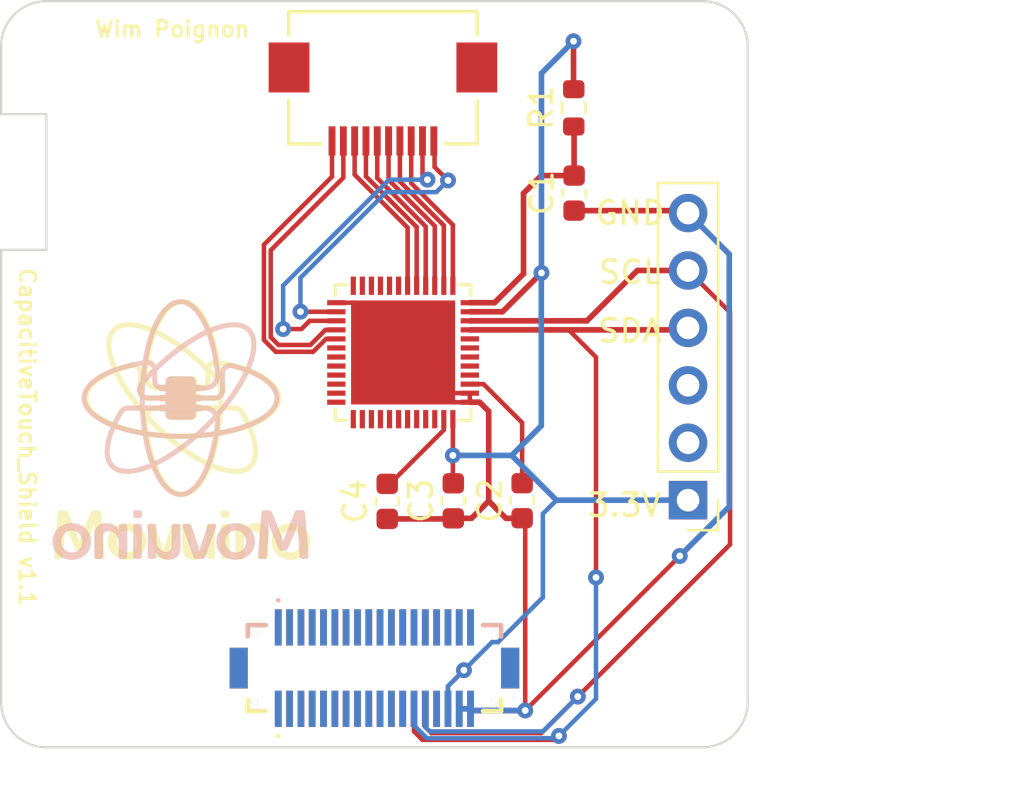
<source format=kicad_pcb>
(kicad_pcb (version 20171130) (host pcbnew "(5.1.10)-1")
  (layers (0 F.Cu signal) (31 B.Cu signal) (34 B.Paste user hide) (35 F.Paste user) (36 B.SilkS user) (37 F.SilkS user) (38 B.Mask user hide) (39 F.Mask user) (44 Edge.Cuts user))
  (net 0 "")
  (net 1 VDDA)
  (net 2 GND)
  (net 3 VDDD)
  (net 4 VCC)
  (net 5 "Net-(C4-Pad2)")
  (net 6 "Net-(J1-PadMP2)")
  (net 7 "Net-(J1-PadMP1)")
  (net 8 "Net-(J1-Pad36)")
  (net 9 "Net-(J1-Pad34)")
  (net 10 "Net-(J1-Pad32)")
  (net 11 "Net-(J1-Pad30)")
  (net 12 "Net-(J1-Pad29)")
  (net 13 "Net-(J1-Pad28)")
  (net 14 SCL)
  (net 15 "Net-(J1-Pad26)")
  (net 16 SDA)
  (net 17 "Net-(J1-Pad24)")
  (net 18 "Net-(J1-Pad23)")
  (net 19 "Net-(J1-Pad22)")
  (net 20 "Net-(J1-Pad21)")
  (net 21 "Net-(J1-Pad20)")
  (net 22 "Net-(J1-Pad19)")
  (net 23 "Net-(J1-Pad18)")
  (net 24 "Net-(J1-Pad17)")
  (net 25 "Net-(J1-Pad16)")
  (net 26 "Net-(J1-Pad15)")
  (net 27 "Net-(J1-Pad14)")
  (net 28 "Net-(J1-Pad13)")
  (net 29 "Net-(J1-Pad12)")
  (net 30 "Net-(J1-Pad11)")
  (net 31 "Net-(J1-Pad10)")
  (net 32 "Net-(J1-Pad9)")
  (net 33 "Net-(J1-Pad8)")
  (net 34 "Net-(J1-Pad7)")
  (net 35 "Net-(J1-Pad6)")
  (net 36 "Net-(J1-Pad5)")
  (net 37 A1)
  (net 38 "Net-(J1-Pad3)")
  (net 39 "Net-(J1-Pad2)")
  (net 40 "Net-(J1-Pad1)")
  (net 41 "Net-(J2-PadMP2)")
  (net 42 "Net-(J2-PadMP1)")
  (net 43 "Net-(J2-Pad35)")
  (net 44 "Net-(J2-Pad33)")
  (net 45 "Net-(J2-Pad31)")
  (net 46 "Net-(J2-Pad30)")
  (net 47 "Net-(J2-Pad29)")
  (net 48 "Net-(J2-Pad27)")
  (net 49 "Net-(J2-Pad25)")
  (net 50 "Net-(J2-Pad24)")
  (net 51 "Net-(J2-Pad23)")
  (net 52 "Net-(J2-Pad22)")
  (net 53 "Net-(J2-Pad21)")
  (net 54 "Net-(J2-Pad20)")
  (net 55 "Net-(J2-Pad19)")
  (net 56 "Net-(J2-Pad18)")
  (net 57 "Net-(J2-Pad17)")
  (net 58 "Net-(J2-Pad16)")
  (net 59 "Net-(J2-Pad15)")
  (net 60 "Net-(J2-Pad14)")
  (net 61 "Net-(J2-Pad13)")
  (net 62 "Net-(J2-Pad12)")
  (net 63 "Net-(J2-Pad11)")
  (net 64 "Net-(J2-Pad10)")
  (net 65 "Net-(J2-Pad9)")
  (net 66 "Net-(J2-Pad8)")
  (net 67 "Net-(J2-Pad7)")
  (net 68 "Net-(J2-Pad6)")
  (net 69 "Net-(J2-Pad5)")
  (net 70 "Net-(J2-Pad4)")
  (net 71 "Net-(J2-Pad2)")
  (net 72 "Net-(J2-Pad1)")
  (net 73 TX4)
  (net 74 TX3)
  (net 75 RX6)
  (net 76 RX5)
  (net 77 RX4)
  (net 78 RX3)
  (net 79 RX2)
  (net 80 RX1)
  (net 81 TX2)
  (net 82 TX1)
  (net 83 "Net-(J4-Pad3)")
  (net 84 "Net-(J4-Pad2)")
  (net 85 "Net-(U1-Pad6)")
  (net 86 "Net-(U1-Pad7)")
  (net 87 "Net-(U1-Pad8)")
  (net 88 "Net-(U1-Pad9)")
  (net 89 "Net-(U1-Pad10)")
  (net 90 "Net-(U1-Pad11)")
  (net 91 "Net-(U1-Pad12)")
  (net 92 "Net-(U1-Pad13)")
  (net 93 "Net-(U1-Pad14)")
  (net 94 "Net-(U1-Pad15)")
  (net 95 "Net-(U1-Pad16)")
  (net 96 "Net-(U1-Pad17)")
  (net 97 "Net-(U1-Pad18)")
  (net 98 "Net-(U1-Pad19)")
  (net 99 "Net-(U1-Pad20)")
  (net 100 "Net-(U1-Pad21)")
  (net 101 "Net-(U1-Pad22)")
  (net 102 "Net-(U1-Pad28)")
  (net 103 "Net-(U1-Pad29)")
  (net 104 "Net-(U1-Pad30)")
  (net 105 "Net-(U1-Pad31)")
  (net 106 "Net-(U1-Pad32)")
  (net 107 "Net-(U1-Pad43)")
  (net 108 "Net-(U1-Pad44)")
  (net 109 "Net-(U1-Pad45)")
  (net 110 "Net-(U1-Pad46)")
  (net 111 "Net-(U1-Pad47)")
  (net 112 "Net-(U1-Pad48)")
  (module MountingHole:MountingHole_2.2mm_M2 (layer F.Cu) (at 87.7957 68.38584)
    (fp_text reference REF** hide)
    (fp_text value MountingHole_2.2mm_M2)
    (pad "" np_thru_hole circle (at -35.7957 -16.38584) (size 2.2 2.2) (drill 2.2) (layers *.Cu *.Mask))
  )
  (module MountingHole:MountingHole_2.2mm_M2 (layer F.Cu) (at 92.6465 64.23914)
    (fp_text reference REF** hide)
    (fp_text value MountingHole_2.2mm_M2)
    (pad "" np_thru_hole circle (at -40.6465 16.76086) (size 2.2 2.2) (drill 2.2) (layers *.Cu *.Mask))
  )
  (module MountingHole:MountingHole_2.2mm_M2 (layer F.Cu) (at 87.26992 54.2996)
    (fp_text reference REF** hide)
    (fp_text value MountingHole_2.2mm_M2)
    (pad "" np_thru_hole circle (at -6.26992 26.7004) (size 2.2 2.2) (drill 2.2) (layers *.Cu *.Mask))
  )
  (module MountingHole:MountingHole_2.2mm_M2 (layer F.Cu) (at 81.44316 56.55706)
    (fp_text reference REF** hide)
    (fp_text value MountingHole_2.2mm_M2)
    (pad "" np_thru_hole circle (at -0.44316 -4.55706) (size 2.2 2.2) (drill 2.2) (layers *.Cu *.Mask))
  )
  (module "FH12-10S-0:FH12-10S-0.5SH(55)_HIR" (layer F.Cu) (at 66.87566 53.3908 180)
    (fp_text reference J3 hide)
    (fp_text value "FH12-10S-0.5SH(55)" hide)
    (pad 12 smd rect (at 4.15 0.456 180) (size 1.8034 2.2098) (layers F.Cu F.Paste F.Mask))
    (pad 11 smd rect (at -4.15 0.456 180) (size 1.8034 2.2098) (layers F.Cu F.Paste F.Mask))
    (pad 10 smd rect (at 2.25 -2.794 180) (size 0.3048 1.2954) (layers F.Cu F.Paste F.Mask) (net 73 TX4))
    (pad 9 smd rect (at 1.75 -2.794 180) (size 0.3048 1.2954) (layers F.Cu F.Paste F.Mask) (net 74 TX3))
    (pad 8 smd rect (at 1.25 -2.794 180) (size 0.3048 1.2954) (layers F.Cu F.Paste F.Mask) (net 75 RX6))
    (pad 7 smd rect (at 0.75 -2.794 180) (size 0.3048 1.2954) (layers F.Cu F.Paste F.Mask) (net 76 RX5))
    (pad 6 smd rect (at 0.25 -2.794 180) (size 0.3048 1.2954) (layers F.Cu F.Paste F.Mask) (net 77 RX4))
    (pad 5 smd rect (at -0.25 -2.794 180) (size 0.3048 1.2954) (layers F.Cu F.Paste F.Mask) (net 78 RX3))
    (pad 4 smd rect (at -0.75 -2.794 180) (size 0.3048 1.2954) (layers F.Cu F.Paste F.Mask) (net 79 RX2))
    (pad 3 smd rect (at -1.25 -2.794 180) (size 0.3048 1.2954) (layers F.Cu F.Paste F.Mask) (net 80 RX1))
    (pad 2 smd rect (at -1.75 -2.794 180) (size 0.3048 1.2954) (layers F.Cu F.Paste F.Mask) (net 81 TX2))
    (pad 1 smd rect (at -2.25 -2.794 180) (size 0.3048 1.2954) (layers F.Cu F.Paste F.Mask) (net 82 TX1))
  )
  (module MovuinoESP8266:LOGO_MOVUINO_BMP_11MM-BOTTOM (layer F.Cu) (at 57.8866 67.57416)
    (fp_text reference U$8 hide)
    (fp_text value LOGO_MOVUINOBOTTOM_11MM hide)
  )
  (module MovuinoESP8266:LOGO_MOVUINO_BMP_11MM-BOTTOM (layer B.Cu) (at 58.04662 67.57416 180)
    (fp_text reference U$8 hide)
    (fp_text value LOGO_MOVUINOBOTTOM_11MM hide)
  )
  (module DF12_3.0_-36DP-0.5V_86_:DF123036DP05V86 (layer B.Cu) (at 66.5 79.5)
    (fp_text reference J2 hide)
    (fp_text value DF12_3.0_-36DP_Male hide)
    (pad MP2 smd rect (at 6 0) (size 0.8 1.8) (layers B.Cu B.Paste B.Mask) (net 41 "Net-(J2-PadMP2)"))
    (pad MP1 smd rect (at -6 0) (size 0.8 1.8) (layers B.Cu B.Paste B.Mask) (net 42 "Net-(J2-PadMP1)"))
    (pad MH2 thru_hole circle (at 5.3 1.5 270) (size 0.3 0.3) (drill 0.6) (layers *.Cu *.Mask B.SilkS))
    (pad MH1 thru_hole circle (at -5.3 1.5 270) (size 0.3 0.3) (drill 0.6) (layers *.Cu *.Mask B.SilkS))
    (pad 36 smd rect (at 4.25 1.8) (size 0.3 1.6) (layers B.Cu B.Paste B.Mask) (net 2 GND))
    (pad 35 smd rect (at 4.25 -1.8) (size 0.3 1.6) (layers B.Cu B.Paste B.Mask) (net 43 "Net-(J2-Pad35)"))
    (pad 34 smd rect (at 3.75 1.8) (size 0.3 1.6) (layers B.Cu B.Paste B.Mask) (net 2 GND))
    (pad 33 smd rect (at 3.75 -1.8) (size 0.3 1.6) (layers B.Cu B.Paste B.Mask) (net 44 "Net-(J2-Pad33)"))
    (pad 32 smd rect (at 3.25 1.8) (size 0.3 1.6) (layers B.Cu B.Paste B.Mask) (net 4 VCC))
    (pad 31 smd rect (at 3.25 -1.8) (size 0.3 1.6) (layers B.Cu B.Paste B.Mask) (net 45 "Net-(J2-Pad31)"))
    (pad 30 smd rect (at 2.75 1.8) (size 0.3 1.6) (layers B.Cu B.Paste B.Mask) (net 46 "Net-(J2-Pad30)"))
    (pad 29 smd rect (at 2.75 -1.8) (size 0.3 1.6) (layers B.Cu B.Paste B.Mask) (net 47 "Net-(J2-Pad29)"))
    (pad 28 smd rect (at 2.25 1.8) (size 0.3 1.6) (layers B.Cu B.Paste B.Mask) (net 14 SCL))
    (pad 27 smd rect (at 2.25 -1.8) (size 0.3 1.6) (layers B.Cu B.Paste B.Mask) (net 48 "Net-(J2-Pad27)"))
    (pad 26 smd rect (at 1.75 1.8) (size 0.3 1.6) (layers B.Cu B.Paste B.Mask) (net 16 SDA))
    (pad 25 smd rect (at 1.75 -1.8) (size 0.3 1.6) (layers B.Cu B.Paste B.Mask) (net 49 "Net-(J2-Pad25)"))
    (pad 24 smd rect (at 1.25 1.8) (size 0.3 1.6) (layers B.Cu B.Paste B.Mask) (net 50 "Net-(J2-Pad24)"))
    (pad 23 smd rect (at 1.25 -1.8) (size 0.3 1.6) (layers B.Cu B.Paste B.Mask) (net 51 "Net-(J2-Pad23)"))
    (pad 22 smd rect (at 0.75 1.8) (size 0.3 1.6) (layers B.Cu B.Paste B.Mask) (net 52 "Net-(J2-Pad22)"))
    (pad 21 smd rect (at 0.75 -1.8) (size 0.3 1.6) (layers B.Cu B.Paste B.Mask) (net 53 "Net-(J2-Pad21)"))
    (pad 20 smd rect (at 0.25 1.8) (size 0.3 1.6) (layers B.Cu B.Paste B.Mask) (net 54 "Net-(J2-Pad20)"))
    (pad 19 smd rect (at 0.25 -1.8) (size 0.3 1.6) (layers B.Cu B.Paste B.Mask) (net 55 "Net-(J2-Pad19)"))
    (pad 18 smd rect (at -0.25 1.8) (size 0.3 1.6) (layers B.Cu B.Paste B.Mask) (net 56 "Net-(J2-Pad18)"))
    (pad 17 smd rect (at -0.25 -1.8) (size 0.3 1.6) (layers B.Cu B.Paste B.Mask) (net 57 "Net-(J2-Pad17)"))
    (pad 16 smd rect (at -0.75 1.8) (size 0.3 1.6) (layers B.Cu B.Paste B.Mask) (net 58 "Net-(J2-Pad16)"))
    (pad 15 smd rect (at -0.75 -1.8) (size 0.3 1.6) (layers B.Cu B.Paste B.Mask) (net 59 "Net-(J2-Pad15)"))
    (pad 14 smd rect (at -1.25 1.8) (size 0.3 1.6) (layers B.Cu B.Paste B.Mask) (net 60 "Net-(J2-Pad14)"))
    (pad 13 smd rect (at -1.25 -1.8) (size 0.3 1.6) (layers B.Cu B.Paste B.Mask) (net 61 "Net-(J2-Pad13)"))
    (pad 12 smd rect (at -1.75 1.8) (size 0.3 1.6) (layers B.Cu B.Paste B.Mask) (net 62 "Net-(J2-Pad12)"))
    (pad 11 smd rect (at -1.75 -1.8) (size 0.3 1.6) (layers B.Cu B.Paste B.Mask) (net 63 "Net-(J2-Pad11)"))
    (pad 10 smd rect (at -2.25 1.8) (size 0.3 1.6) (layers B.Cu B.Paste B.Mask) (net 64 "Net-(J2-Pad10)"))
    (pad 9 smd rect (at -2.25 -1.8) (size 0.3 1.6) (layers B.Cu B.Paste B.Mask) (net 65 "Net-(J2-Pad9)"))
    (pad 8 smd rect (at -2.75 1.8) (size 0.3 1.6) (layers B.Cu B.Paste B.Mask) (net 66 "Net-(J2-Pad8)"))
    (pad 7 smd rect (at -2.75 -1.8) (size 0.3 1.6) (layers B.Cu B.Paste B.Mask) (net 67 "Net-(J2-Pad7)"))
    (pad 6 smd rect (at -3.25 1.8) (size 0.3 1.6) (layers B.Cu B.Paste B.Mask) (net 68 "Net-(J2-Pad6)"))
    (pad 5 smd rect (at -3.25 -1.8) (size 0.3 1.6) (layers B.Cu B.Paste B.Mask) (net 69 "Net-(J2-Pad5)"))
    (pad 4 smd rect (at -3.75 1.8) (size 0.3 1.6) (layers B.Cu B.Paste B.Mask) (net 70 "Net-(J2-Pad4)"))
    (pad 3 smd rect (at -3.75 -1.8) (size 0.3 1.6) (layers B.Cu B.Paste B.Mask) (net 37 A1))
    (pad 2 smd rect (at -4.25 1.8) (size 0.3 1.6) (layers B.Cu B.Paste B.Mask) (net 71 "Net-(J2-Pad2)"))
    (pad 1 smd rect (at -4.25 -1.8) (size 0.3 1.6) (layers B.Cu B.Paste B.Mask) (net 72 "Net-(J2-Pad1)"))
  )
  (module FT5316dme:QFN40P600X600X60-49N (layer F.Cu) (at 67.7672 65.53962)
    (fp_text reference U1 hide)
    (fp_text value FT5316DME hide)
    (pad 48 smd rect (at -2.2 -2.95) (size 0.23 0.81) (layers F.Cu F.Paste F.Mask) (net 112 "Net-(U1-Pad48)"))
    (pad 47 smd rect (at -1.8 -2.95) (size 0.23 0.81) (layers F.Cu F.Paste F.Mask) (net 111 "Net-(U1-Pad47)"))
    (pad 46 smd rect (at -1.4 -2.95) (size 0.23 0.81) (layers F.Cu F.Paste F.Mask) (net 110 "Net-(U1-Pad46)"))
    (pad 45 smd rect (at -1 -2.95) (size 0.23 0.81) (layers F.Cu F.Paste F.Mask) (net 109 "Net-(U1-Pad45)"))
    (pad 44 smd rect (at -0.6 -2.95) (size 0.23 0.81) (layers F.Cu F.Paste F.Mask) (net 108 "Net-(U1-Pad44)"))
    (pad 43 smd rect (at -0.2 -2.95) (size 0.23 0.81) (layers F.Cu F.Paste F.Mask) (net 107 "Net-(U1-Pad43)"))
    (pad 42 smd rect (at 0.2 -2.95) (size 0.23 0.81) (layers F.Cu F.Paste F.Mask) (net 75 RX6))
    (pad 41 smd rect (at 0.6 -2.95) (size 0.23 0.81) (layers F.Cu F.Paste F.Mask) (net 76 RX5))
    (pad 40 smd rect (at 1 -2.95) (size 0.23 0.81) (layers F.Cu F.Paste F.Mask) (net 77 RX4))
    (pad 39 smd rect (at 1.4 -2.95) (size 0.23 0.81) (layers F.Cu F.Paste F.Mask) (net 78 RX3))
    (pad 38 smd rect (at 1.8 -2.95) (size 0.23 0.81) (layers F.Cu F.Paste F.Mask) (net 79 RX2))
    (pad 37 smd rect (at 2.2 -2.95) (size 0.23 0.81) (layers F.Cu F.Paste F.Mask) (net 80 RX1))
    (pad 36 smd rect (at 2.95 -2.2) (size 0.81 0.23) (layers F.Cu F.Paste F.Mask) (net 1 VDDA))
    (pad 35 smd rect (at 2.95 -1.8) (size 0.81 0.23) (layers F.Cu F.Paste F.Mask) (net 4 VCC))
    (pad 34 smd rect (at 2.95 -1.4) (size 0.81 0.23) (layers F.Cu F.Paste F.Mask) (net 14 SCL))
    (pad 33 smd rect (at 2.95 -1) (size 0.81 0.23) (layers F.Cu F.Paste F.Mask) (net 16 SDA))
    (pad 32 smd rect (at 2.95 -0.6) (size 0.81 0.23) (layers F.Cu F.Paste F.Mask) (net 106 "Net-(U1-Pad32)"))
    (pad 31 smd rect (at 2.95 -0.2) (size 0.81 0.23) (layers F.Cu F.Paste F.Mask) (net 105 "Net-(U1-Pad31)"))
    (pad 30 smd rect (at 2.95 0.2) (size 0.81 0.23) (layers F.Cu F.Paste F.Mask) (net 104 "Net-(U1-Pad30)"))
    (pad 29 smd rect (at 2.95 0.6) (size 0.81 0.23) (layers F.Cu F.Paste F.Mask) (net 103 "Net-(U1-Pad29)"))
    (pad 28 smd rect (at 2.95 1) (size 0.81 0.23) (layers F.Cu F.Paste F.Mask) (net 102 "Net-(U1-Pad28)"))
    (pad 27 smd rect (at 2.95 1.4) (size 0.81 0.23) (layers F.Cu F.Paste F.Mask) (net 3 VDDD))
    (pad 26 smd rect (at 2.95 1.8) (size 0.81 0.23) (layers F.Cu F.Paste F.Mask) (net 2 GND))
    (pad 25 smd rect (at 2.95 2.2) (size 0.81 0.23) (layers F.Cu F.Paste F.Mask) (net 2 GND))
    (pad 24 smd rect (at 2.2 2.95) (size 0.23 0.81) (layers F.Cu F.Paste F.Mask) (net 4 VCC))
    (pad 23 smd rect (at 1.8 2.95) (size 0.23 0.81) (layers F.Cu F.Paste F.Mask) (net 5 "Net-(C4-Pad2)"))
    (pad 22 smd rect (at 1.4 2.95) (size 0.23 0.81) (layers F.Cu F.Paste F.Mask) (net 101 "Net-(U1-Pad22)"))
    (pad 21 smd rect (at 1 2.95) (size 0.23 0.81) (layers F.Cu F.Paste F.Mask) (net 100 "Net-(U1-Pad21)"))
    (pad 20 smd rect (at 0.6 2.95) (size 0.23 0.81) (layers F.Cu F.Paste F.Mask) (net 99 "Net-(U1-Pad20)"))
    (pad 19 smd rect (at 0.2 2.95) (size 0.23 0.81) (layers F.Cu F.Paste F.Mask) (net 98 "Net-(U1-Pad19)"))
    (pad 18 smd rect (at -0.2 2.95) (size 0.23 0.81) (layers F.Cu F.Paste F.Mask) (net 97 "Net-(U1-Pad18)"))
    (pad 17 smd rect (at -0.6 2.95) (size 0.23 0.81) (layers F.Cu F.Paste F.Mask) (net 96 "Net-(U1-Pad17)"))
    (pad 16 smd rect (at -1 2.95) (size 0.23 0.81) (layers F.Cu F.Paste F.Mask) (net 95 "Net-(U1-Pad16)"))
    (pad 15 smd rect (at -1.4 2.95) (size 0.23 0.81) (layers F.Cu F.Paste F.Mask) (net 94 "Net-(U1-Pad15)"))
    (pad 14 smd rect (at -1.8 2.95) (size 0.23 0.81) (layers F.Cu F.Paste F.Mask) (net 93 "Net-(U1-Pad14)"))
    (pad 13 smd rect (at -2.2 2.95) (size 0.23 0.81) (layers F.Cu F.Paste F.Mask) (net 92 "Net-(U1-Pad13)"))
    (pad 12 smd rect (at -2.95 2.2) (size 0.81 0.23) (layers F.Cu F.Paste F.Mask) (net 91 "Net-(U1-Pad12)"))
    (pad 11 smd rect (at -2.95 1.8) (size 0.81 0.23) (layers F.Cu F.Paste F.Mask) (net 90 "Net-(U1-Pad11)"))
    (pad 10 smd rect (at -2.95 1.4) (size 0.81 0.23) (layers F.Cu F.Paste F.Mask) (net 89 "Net-(U1-Pad10)"))
    (pad 9 smd rect (at -2.95 1) (size 0.81 0.23) (layers F.Cu F.Paste F.Mask) (net 88 "Net-(U1-Pad9)"))
    (pad 8 smd rect (at -2.95 0.6) (size 0.81 0.23) (layers F.Cu F.Paste F.Mask) (net 87 "Net-(U1-Pad8)"))
    (pad 7 smd rect (at -2.95 0.2) (size 0.81 0.23) (layers F.Cu F.Paste F.Mask) (net 86 "Net-(U1-Pad7)"))
    (pad 6 smd rect (at -2.95 -0.2) (size 0.81 0.23) (layers F.Cu F.Paste F.Mask) (net 85 "Net-(U1-Pad6)"))
    (pad 5 smd rect (at -2.95 -0.6) (size 0.81 0.23) (layers F.Cu F.Paste F.Mask) (net 73 TX4))
    (pad 4 smd rect (at -2.95 -1) (size 0.81 0.23) (layers F.Cu F.Paste F.Mask) (net 74 TX3))
    (pad 3 smd rect (at -2.95 -1.4) (size 0.81 0.23) (layers F.Cu F.Paste F.Mask) (net 81 TX2))
    (pad 2 smd rect (at -2.95 -1.8) (size 0.81 0.23) (layers F.Cu F.Paste F.Mask) (net 82 TX1))
    (pad 1 smd rect (at -2.95 -2.2) (size 0.81 0.23) (layers F.Cu F.Paste F.Mask) (net 2 GND))
    (pad 49 smd rect (at 0 0) (size 4.6 4.6) (layers F.Cu F.Mask) (net 2 GND))
  )
  (module Resistor_SMD:R_0603_1608Metric (layer F.Cu) (at 75.311 54.71972 90)
    (fp_text reference R1 (at 0 -1.43 90) (layer F.SilkS))
    (fp_text value "300 Ohm" hide)
    (pad 2 smd roundrect (at 0.825 0 90) (size 0.8 0.95) (layers F.Cu F.Paste F.Mask) (net 4 VCC))
    (pad 1 smd roundrect (at -0.825 0 90) (size 0.8 0.95) (layers F.Cu F.Paste F.Mask) (net 1 VDDA))
  )
  (module Connector_PinHeader_2.54mm:PinHeader_1x06_P2.54mm_Vertical (layer F.Cu) (at 80.36306 72.0725 180)
    (fp_text reference J4 hide)
    (fp_text value Conn_01x06_Male hide)
    (pad 6 thru_hole oval (at 0 12.7 180) (size 1.7 1.7) (drill 1) (layers *.Cu *.Mask) (net 2 GND))
    (pad 5 thru_hole oval (at 0 10.16 180) (size 1.7 1.7) (drill 1) (layers *.Cu *.Mask) (net 14 SCL))
    (pad 4 thru_hole oval (at 0 7.62 180) (size 1.7 1.7) (drill 1) (layers *.Cu *.Mask) (net 16 SDA))
    (pad 3 thru_hole oval (at 0 5.08 180) (size 1.7 1.7) (drill 1) (layers *.Cu *.Mask) (net 83 "Net-(J4-Pad3)"))
    (pad 2 thru_hole oval (at 0 2.54 180) (size 1.7 1.7) (drill 1) (layers *.Cu *.Mask) (net 84 "Net-(J4-Pad2)"))
    (pad 1 thru_hole rect (at 0 0 180) (size 1.7 1.7) (drill 1) (layers *.Cu *.Mask) (net 4 VCC))
  )
  (module DF12_3.0_-36DP-0.5V_86_:DF123036DP05V86 (layer F.Cu) (at 66.5 79.5)
    (fp_text reference J1 hide)
    (fp_text value DF12_3.0_-36DP_Female hide)
    (pad MP2 smd rect (at 6 0) (size 0.8 1.8) (layers F.Cu F.Paste F.Mask) (net 6 "Net-(J1-PadMP2)"))
    (pad MP1 smd rect (at -6 0) (size 0.8 1.8) (layers F.Cu F.Paste F.Mask) (net 7 "Net-(J1-PadMP1)"))
    (pad MH2 thru_hole circle (at 5.3 -1.5 90) (size 0.3 0.3) (drill 0.6) (layers *.Cu *.Mask F.SilkS))
    (pad MH1 thru_hole circle (at -5.3 -1.5 90) (size 0.3 0.3) (drill 0.6) (layers *.Cu *.Mask F.SilkS))
    (pad 36 smd rect (at 4.25 -1.8) (size 0.3 1.6) (layers F.Cu F.Paste F.Mask) (net 8 "Net-(J1-Pad36)"))
    (pad 35 smd rect (at 4.25 1.8) (size 0.3 1.6) (layers F.Cu F.Paste F.Mask) (net 2 GND))
    (pad 34 smd rect (at 3.75 -1.8) (size 0.3 1.6) (layers F.Cu F.Paste F.Mask) (net 9 "Net-(J1-Pad34)"))
    (pad 33 smd rect (at 3.75 1.8) (size 0.3 1.6) (layers F.Cu F.Paste F.Mask) (net 2 GND))
    (pad 32 smd rect (at 3.25 -1.8) (size 0.3 1.6) (layers F.Cu F.Paste F.Mask) (net 10 "Net-(J1-Pad32)"))
    (pad 31 smd rect (at 3.25 1.8) (size 0.3 1.6) (layers F.Cu F.Paste F.Mask) (net 4 VCC))
    (pad 30 smd rect (at 2.75 -1.8) (size 0.3 1.6) (layers F.Cu F.Paste F.Mask) (net 11 "Net-(J1-Pad30)"))
    (pad 29 smd rect (at 2.75 1.8) (size 0.3 1.6) (layers F.Cu F.Paste F.Mask) (net 12 "Net-(J1-Pad29)"))
    (pad 28 smd rect (at 2.25 -1.8) (size 0.3 1.6) (layers F.Cu F.Paste F.Mask) (net 13 "Net-(J1-Pad28)"))
    (pad 27 smd rect (at 2.25 1.8) (size 0.3 1.6) (layers F.Cu F.Paste F.Mask) (net 14 SCL))
    (pad 26 smd rect (at 1.75 -1.8) (size 0.3 1.6) (layers F.Cu F.Paste F.Mask) (net 15 "Net-(J1-Pad26)"))
    (pad 25 smd rect (at 1.75 1.8) (size 0.3 1.6) (layers F.Cu F.Paste F.Mask) (net 16 SDA))
    (pad 24 smd rect (at 1.25 -1.8) (size 0.3 1.6) (layers F.Cu F.Paste F.Mask) (net 17 "Net-(J1-Pad24)"))
    (pad 23 smd rect (at 1.25 1.8) (size 0.3 1.6) (layers F.Cu F.Paste F.Mask) (net 18 "Net-(J1-Pad23)"))
    (pad 22 smd rect (at 0.75 -1.8) (size 0.3 1.6) (layers F.Cu F.Paste F.Mask) (net 19 "Net-(J1-Pad22)"))
    (pad 21 smd rect (at 0.75 1.8) (size 0.3 1.6) (layers F.Cu F.Paste F.Mask) (net 20 "Net-(J1-Pad21)"))
    (pad 20 smd rect (at 0.25 -1.8) (size 0.3 1.6) (layers F.Cu F.Paste F.Mask) (net 21 "Net-(J1-Pad20)"))
    (pad 19 smd rect (at 0.25 1.8) (size 0.3 1.6) (layers F.Cu F.Paste F.Mask) (net 22 "Net-(J1-Pad19)"))
    (pad 18 smd rect (at -0.25 -1.8) (size 0.3 1.6) (layers F.Cu F.Paste F.Mask) (net 23 "Net-(J1-Pad18)"))
    (pad 17 smd rect (at -0.25 1.8) (size 0.3 1.6) (layers F.Cu F.Paste F.Mask) (net 24 "Net-(J1-Pad17)"))
    (pad 16 smd rect (at -0.75 -1.8) (size 0.3 1.6) (layers F.Cu F.Paste F.Mask) (net 25 "Net-(J1-Pad16)"))
    (pad 15 smd rect (at -0.75 1.8) (size 0.3 1.6) (layers F.Cu F.Paste F.Mask) (net 26 "Net-(J1-Pad15)"))
    (pad 14 smd rect (at -1.25 -1.8) (size 0.3 1.6) (layers F.Cu F.Paste F.Mask) (net 27 "Net-(J1-Pad14)"))
    (pad 13 smd rect (at -1.25 1.8) (size 0.3 1.6) (layers F.Cu F.Paste F.Mask) (net 28 "Net-(J1-Pad13)"))
    (pad 12 smd rect (at -1.75 -1.8) (size 0.3 1.6) (layers F.Cu F.Paste F.Mask) (net 29 "Net-(J1-Pad12)"))
    (pad 11 smd rect (at -1.75 1.8) (size 0.3 1.6) (layers F.Cu F.Paste F.Mask) (net 30 "Net-(J1-Pad11)"))
    (pad 10 smd rect (at -2.25 -1.8) (size 0.3 1.6) (layers F.Cu F.Paste F.Mask) (net 31 "Net-(J1-Pad10)"))
    (pad 9 smd rect (at -2.25 1.8) (size 0.3 1.6) (layers F.Cu F.Paste F.Mask) (net 32 "Net-(J1-Pad9)"))
    (pad 8 smd rect (at -2.75 -1.8) (size 0.3 1.6) (layers F.Cu F.Paste F.Mask) (net 33 "Net-(J1-Pad8)"))
    (pad 7 smd rect (at -2.75 1.8) (size 0.3 1.6) (layers F.Cu F.Paste F.Mask) (net 34 "Net-(J1-Pad7)"))
    (pad 6 smd rect (at -3.25 -1.8) (size 0.3 1.6) (layers F.Cu F.Paste F.Mask) (net 35 "Net-(J1-Pad6)"))
    (pad 5 smd rect (at -3.25 1.8) (size 0.3 1.6) (layers F.Cu F.Paste F.Mask) (net 36 "Net-(J1-Pad5)"))
    (pad 4 smd rect (at -3.75 -1.8) (size 0.3 1.6) (layers F.Cu F.Paste F.Mask) (net 37 A1))
    (pad 3 smd rect (at -3.75 1.8) (size 0.3 1.6) (layers F.Cu F.Paste F.Mask) (net 38 "Net-(J1-Pad3)"))
    (pad 2 smd rect (at -4.25 -1.8) (size 0.3 1.6) (layers F.Cu F.Paste F.Mask) (net 39 "Net-(J1-Pad2)"))
    (pad 1 smd rect (at -4.25 1.8) (size 0.3 1.6) (layers F.Cu F.Paste F.Mask) (net 40 "Net-(J1-Pad1)"))
  )
  (module Capacitor_SMD:C_0603_1608Metric (layer F.Cu) (at 67.06616 72.12584 90)
    (fp_text reference C4 (at 0 -1.43 90) (layer F.SilkS))
    (fp_text value 1uF)
    (pad 2 smd roundrect (at 0.775 0 90) (size 0.9 0.95) (layers F.Cu F.Paste F.Mask) (net 5 "Net-(C4-Pad2)"))
    (pad 1 smd roundrect (at -0.775 0 90) (size 0.9 0.95) (layers F.Cu F.Paste F.Mask) (net 2 GND))
  )
  (module Capacitor_SMD:C_0603_1608Metric (layer F.Cu) (at 69.98716 72.10074 90)
    (fp_text reference C3 (at 0 -1.43 90) (layer F.SilkS))
    (fp_text value 1uF)
    (pad 2 smd roundrect (at 0.775 0 90) (size 0.9 0.95) (layers F.Cu F.Paste F.Mask) (net 4 VCC))
    (pad 1 smd roundrect (at -0.775 0 90) (size 0.9 0.95) (layers F.Cu F.Paste F.Mask) (net 2 GND))
  )
  (module Capacitor_SMD:C_0603_1608Metric (layer F.Cu) (at 73.03008 72.09536 90)
    (fp_text reference C2 (at 0 -1.43 90) (layer F.SilkS))
    (fp_text value 1uF)
    (pad 2 smd roundrect (at 0.775 0 90) (size 0.9 0.95) (layers F.Cu F.Paste F.Mask) (net 3 VDDD))
    (pad 1 smd roundrect (at -0.775 0 90) (size 0.9 0.95) (layers F.Cu F.Paste F.Mask) (net 2 GND))
  )
  (module Capacitor_SMD:C_0603_1608Metric (layer F.Cu) (at 75.32624 58.49112 90)
    (fp_text reference C1 (at 0 -1.43 90) (layer F.SilkS))
    (fp_text value 1uF)
    (pad 2 smd roundrect (at 0.775 0 90) (size 0.9 0.95) (layers F.Cu F.Paste F.Mask) (net 1 VDDA))
    (pad 1 smd roundrect (at -0.775 0 90) (size 0.9 0.95) (layers F.Cu F.Paste F.Mask) (net 2 GND))
  )
  (gr_text "Wim Poignon" (at 57.56656 51.24196) (layer F.SilkS) (effects (font (size 0.7 0.7) (thickness 0.125))))
  (gr_text "CapacitiveTouch_Shield v1.1" (at 51.15306 69.28612 -90) (layer F.SilkS) (effects (font (size 0.7 0.7) (thickness 0.125))))
  (gr_text 3.3V (at 77.55128 72.29602) (layer F.SilkS) (effects (font (size 1 1))))
  (gr_text SDA (at 77.8 64.5795) (layer F.SilkS) (effects (font (size 1 1))))
  (gr_text "SCL\n" (at 77.8 61.9887) (layer F.SilkS) (effects (font (size 1 1))))
  (gr_text GND (at 77.8 59.3725) (layer F.SilkS) (effects (font (size 1 1))))
  (gr_arc (start 52 81) (end 52 83) (angle 90) (layer Edge.Cuts) (width 0.1))
  (gr_arc (start 81 81) (end 81 83) (angle -90) (layer Edge.Cuts) (width 0.1))
  (gr_arc (start 52 52) (end 52 50) (angle -90) (layer Edge.Cuts) (width 0.1))
  (gr_arc (start 81 52) (end 81 50) (angle 90) (layer Edge.Cuts) (width 0.1))
  (gr_line (start 50 52) (end 50 55) (layer Edge.Cuts) (width 0.1))
  (gr_line (start 50 55) (end 52 55) (layer Edge.Cuts) (width 0.1))
  (gr_line (start 52 55) (end 52 61) (layer Edge.Cuts) (width 0.1))
  (gr_line (start 52 61) (end 50 61) (layer Edge.Cuts) (width 0.1))
  (gr_line (start 50 61) (end 50 81) (layer Edge.Cuts) (width 0.1))
  (gr_line (start 52 83) (end 81 83) (layer Edge.Cuts) (width 0.1))
  (gr_line (start 83 52) (end 83 81) (layer Edge.Cuts) (width 0.1))
  (gr_line (start 52 50) (end 81 50) (layer Edge.Cuts) (width 0.1))
  (segment (start 70.7172 63.33962) (end 71.81124 63.33962) (width 0.25) (layer F.Cu) (net 1))
  (segment (start 71.81124 63.33962) (end 73.09104 62.05982) (width 0.25) (layer F.Cu) (net 1))
  (segment (start 73.09104 62.05982) (end 73.09104 58.49874) (width 0.25) (layer F.Cu) (net 1))
  (segment (start 73.87366 57.71612) (end 75.32624 57.71612) (width 0.25) (layer F.Cu) (net 1))
  (segment (start 73.09104 58.49874) (end 73.87366 57.71612) (width 0.25) (layer F.Cu) (net 1))
  (segment (start 75.32624 55.55996) (end 75.311 55.54472) (width 0.2) (layer F.Cu) (net 1))
  (segment (start 75.32624 57.71612) (end 75.32624 55.55996) (width 0.25) (layer F.Cu) (net 1))
  (segment (start 65.5672 63.33962) (end 67.7672 65.53962) (width 0.2) (layer F.Cu) (net 2))
  (segment (start 64.8172 63.33962) (end 65.5672 63.33962) (width 0.2) (layer F.Cu) (net 2))
  (segment (start 69.5672 67.33962) (end 70.7172 67.33962) (width 0.2) (layer F.Cu) (net 2))
  (segment (start 67.7672 65.53962) (end 69.5672 67.33962) (width 0.2) (layer F.Cu) (net 2))
  (segment (start 69.9672 67.73962) (end 70.7172 67.73962) (width 0.2) (layer F.Cu) (net 2))
  (segment (start 67.7672 65.53962) (end 69.9672 67.73962) (width 0.2) (layer F.Cu) (net 2))
  (segment (start 69.96206 72.90084) (end 69.98716 72.87574) (width 0.25) (layer F.Cu) (net 2))
  (segment (start 67.06616 72.90084) (end 69.96206 72.90084) (width 0.25) (layer F.Cu) (net 2))
  (segment (start 73.0247 72.87574) (end 73.03008 72.87036) (width 0.25) (layer F.Cu) (net 2))
  (segment (start 70.25 81.3) (end 70.75 81.3) (width 0.25) (layer F.Cu) (net 2))
  (segment (start 70.7172 67.73962) (end 71.15084 67.73962) (width 0.25) (layer F.Cu) (net 2))
  (segment (start 71.15084 67.73962) (end 71.5518 68.14058) (width 0.25) (layer F.Cu) (net 2))
  (segment (start 71.5518 72.1118) (end 72.31574 72.87574) (width 0.25) (layer F.Cu) (net 2))
  (segment (start 71.5518 68.14058) (end 71.5518 72.1118) (width 0.25) (layer F.Cu) (net 2))
  (segment (start 72.31574 72.87574) (end 73.0247 72.87574) (width 0.25) (layer F.Cu) (net 2))
  (segment (start 70.78786 72.87574) (end 71.5518 72.1118) (width 0.25) (layer F.Cu) (net 2))
  (segment (start 69.98716 72.87574) (end 70.78786 72.87574) (width 0.25) (layer F.Cu) (net 2))
  (segment (start 80.25668 59.26612) (end 80.36306 59.3725) (width 0.2) (layer F.Cu) (net 2))
  (segment (start 75.32624 59.26612) (end 80.25668 59.26612) (width 0.25) (layer F.Cu) (net 2))
  (segment (start 70.25 81.3) (end 70.75 81.3) (width 0.25) (layer B.Cu) (net 2))
  (segment (start 80.36306 59.3725) (end 82.18424 61.19368) (width 0.25) (layer B.Cu) (net 2))
  (segment (start 70.825001 81.375001) (end 70.75 81.3) (width 0.25) (layer B.Cu) (net 2))
  (segment (start 73.165561 81.375001) (end 70.825001 81.375001) (width 0.25) (layer B.Cu) (net 2))
  (segment (start 82.18424 72.356322) (end 79.998241 74.542321) (width 0.25) (layer B.Cu) (net 2))
  (segment (start 82.18424 61.19368) (end 82.18424 72.356322) (width 0.25) (layer B.Cu) (net 2))
  (via (at 73.165561 81.375001) (size 0.7) (drill 0.3) (layers F.Cu B.Cu) (net 2))
  (segment (start 70.825001 81.375001) (end 73.165561 81.375001) (width 0.25) (layer F.Cu) (net 2))
  (segment (start 70.75 81.3) (end 70.825001 81.375001) (width 0.25) (layer F.Cu) (net 2))
  (via (at 79.998241 74.542321) (size 0.7) (drill 0.3) (layers F.Cu B.Cu) (net 2))
  (segment (start 79.998241 74.542321) (end 73.165561 81.375001) (width 0.2) (layer F.Cu) (net 2))
  (segment (start 73.165561 73.005841) (end 73.165561 81.375001) (width 0.2) (layer F.Cu) (net 2))
  (segment (start 73.03008 72.87036) (end 73.165561 73.005841) (width 0.2) (layer F.Cu) (net 2))
  (segment (start 70.7172 67.33962) (end 70.7172 67.73962) (width 0.2) (layer F.Cu) (net 2))
  (segment (start 73.03008 68.6475) (end 73.03008 71.32036) (width 0.2) (layer F.Cu) (net 3))
  (segment (start 71.3222 66.93962) (end 73.03008 68.6475) (width 0.2) (layer F.Cu) (net 3))
  (segment (start 70.7172 66.93962) (end 71.3222 66.93962) (width 0.2) (layer F.Cu) (net 3))
  (segment (start 69.9672 71.30578) (end 69.98716 71.32574) (width 0.2) (layer F.Cu) (net 4))
  (segment (start 69.9672 68.48962) (end 69.9672 70.09348) (width 0.2) (layer F.Cu) (net 4))
  (segment (start 70.7172 63.73962) (end 72.16308 63.73962) (width 0.25) (layer F.Cu) (net 4))
  (segment (start 72.16308 63.73962) (end 73.88352 62.01918) (width 0.25) (layer F.Cu) (net 4))
  (segment (start 69.9672 70.09348) (end 69.9672 71.30578) (width 0.2) (layer F.Cu) (net 4))
  (via (at 69.9672 70.09348) (size 0.7) (drill 0.3) (layers F.Cu B.Cu) (net 4))
  (segment (start 69.9672 70.09348) (end 72.56816 70.09348) (width 0.25) (layer B.Cu) (net 4))
  (segment (start 72.56816 70.09348) (end 73.8759 68.78574) (width 0.25) (layer B.Cu) (net 4))
  (via (at 73.88352 62.01918) (size 0.7) (drill 0.3) (layers F.Cu B.Cu) (net 4))
  (segment (start 73.8759 62.0268) (end 73.88352 62.01918) (width 0.25) (layer B.Cu) (net 4))
  (segment (start 73.8759 68.78574) (end 73.8759 62.0268) (width 0.25) (layer B.Cu) (net 4))
  (segment (start 74.54718 72.0725) (end 72.56816 70.09348) (width 0.25) (layer B.Cu) (net 4))
  (segment (start 80.36306 72.0725) (end 74.54718 72.0725) (width 0.25) (layer B.Cu) (net 4))
  (via (at 75.30084 51.77282) (size 0.7) (drill 0.3) (layers F.Cu B.Cu) (net 4))
  (segment (start 73.88352 53.19014) (end 75.30084 51.77282) (width 0.25) (layer B.Cu) (net 4))
  (segment (start 73.88352 62.01918) (end 73.88352 53.19014) (width 0.25) (layer B.Cu) (net 4))
  (segment (start 75.30084 53.88456) (end 75.311 53.89472) (width 0.25) (layer F.Cu) (net 4))
  (segment (start 75.30084 51.77282) (end 75.30084 53.88456) (width 0.25) (layer F.Cu) (net 4))
  (segment (start 71.968001 78.350001) (end 73.94448 76.373522) (width 0.2) (layer B.Cu) (net 4))
  (segment (start 71.699999 78.350001) (end 71.968001 78.350001) (width 0.2) (layer B.Cu) (net 4))
  (segment (start 73.94448 72.6752) (end 74.54718 72.0725) (width 0.2) (layer B.Cu) (net 4))
  (segment (start 73.94448 76.373522) (end 73.94448 72.6752) (width 0.2) (layer B.Cu) (net 4))
  (via (at 70.45681 79.59319) (size 0.7) (drill 0.3) (layers F.Cu B.Cu) (net 4))
  (segment (start 69.75 80.3) (end 70.45681 79.59319) (width 0.2) (layer B.Cu) (net 4))
  (segment (start 69.75 81.3) (end 69.75 80.3) (width 0.2) (layer B.Cu) (net 4))
  (segment (start 70.45681 79.59319) (end 71.699999 78.350001) (width 0.2) (layer B.Cu) (net 4))
  (segment (start 69.75 80.3) (end 69.75 81.3) (width 0.2) (layer F.Cu) (net 4))
  (segment (start 70.45681 79.59319) (end 69.75 80.3) (width 0.2) (layer F.Cu) (net 4))
  (segment (start 67.185982 71.35084) (end 67.06616 71.35084) (width 0.2) (layer F.Cu) (net 5))
  (segment (start 69.5672 68.969622) (end 67.185982 71.35084) (width 0.2) (layer F.Cu) (net 5))
  (segment (start 69.5672 68.48962) (end 69.5672 68.969622) (width 0.2) (layer F.Cu) (net 5))
  (segment (start 70.7172 64.13962) (end 75.89566 64.13962) (width 0.25) (layer F.Cu) (net 14))
  (segment (start 78.12278 61.9125) (end 80.36306 61.9125) (width 0.25) (layer F.Cu) (net 14))
  (segment (start 75.89566 64.13962) (end 78.12278 61.9125) (width 0.25) (layer F.Cu) (net 14))
  (segment (start 68.75 82.110002) (end 69.012198 82.3722) (width 0.2) (layer F.Cu) (net 14))
  (segment (start 68.75 81.3) (end 68.75 82.110002) (width 0.2) (layer F.Cu) (net 14))
  (segment (start 69.012198 82.3722) (end 73.87844 82.3722) (width 0.2) (layer F.Cu) (net 14))
  (segment (start 82.2198 63.76924) (end 80.36306 61.9125) (width 0.2) (layer F.Cu) (net 14))
  (segment (start 82.2198 74.03084) (end 82.2198 63.76924) (width 0.2) (layer F.Cu) (net 14))
  (via (at 75.49134 80.7593) (size 0.7) (drill 0.3) (layers F.Cu B.Cu) (net 14))
  (segment (start 73.950639 82.300001) (end 75.49134 80.7593) (width 0.2) (layer B.Cu) (net 14))
  (segment (start 68.939999 82.300001) (end 73.950639 82.300001) (width 0.2) (layer B.Cu) (net 14))
  (segment (start 68.75 82.110002) (end 68.939999 82.300001) (width 0.2) (layer B.Cu) (net 14))
  (segment (start 75.49134 80.7593) (end 82.2198 74.03084) (width 0.2) (layer F.Cu) (net 14))
  (segment (start 68.75 81.3) (end 68.75 82.110002) (width 0.2) (layer B.Cu) (net 14))
  (segment (start 73.87844 82.3722) (end 75.49134 80.7593) (width 0.2) (layer F.Cu) (net 14))
  (segment (start 80.27594 64.53962) (end 80.36306 64.4525) (width 0.25) (layer F.Cu) (net 16))
  (segment (start 68.25 82.3) (end 68.62221 82.67221) (width 0.2) (layer F.Cu) (net 16))
  (segment (start 68.25 81.3) (end 68.25 82.3) (width 0.2) (layer F.Cu) (net 16))
  (segment (start 74.28814 64.53962) (end 75.0857 64.53962) (width 0.2) (layer F.Cu) (net 16))
  (segment (start 70.7172 64.53962) (end 74.28814 64.53962) (width 0.25) (layer F.Cu) (net 16))
  (segment (start 74.28814 64.53962) (end 80.27594 64.53962) (width 0.25) (layer F.Cu) (net 16))
  (via (at 76.29398 75.49134) (size 0.7) (drill 0.3) (layers F.Cu B.Cu) (net 16))
  (segment (start 76.29398 65.7479) (end 76.29398 75.49134) (width 0.2) (layer F.Cu) (net 16))
  (segment (start 75.0857 64.53962) (end 76.29398 65.7479) (width 0.2) (layer F.Cu) (net 16))
  (via (at 74.65539 82.5) (size 0.7) (drill 0.3) (layers F.Cu B.Cu) (net 16))
  (segment (start 76.29398 80.86141) (end 74.65539 82.5) (width 0.2) (layer B.Cu) (net 16))
  (segment (start 76.29398 75.49134) (end 76.29398 80.86141) (width 0.2) (layer B.Cu) (net 16))
  (segment (start 74.48318 82.67221) (end 74.65539 82.5) (width 0.2) (layer F.Cu) (net 16))
  (segment (start 68.62221 82.67221) (end 74.48318 82.67221) (width 0.2) (layer F.Cu) (net 16))
  (segment (start 74.555379 82.600011) (end 74.65539 82.5) (width 0.2) (layer B.Cu) (net 16))
  (segment (start 68.815731 82.600011) (end 74.555379 82.600011) (width 0.2) (layer B.Cu) (net 16))
  (segment (start 68.25 82.03428) (end 68.815731 82.600011) (width 0.2) (layer B.Cu) (net 16))
  (segment (start 68.25 81.3) (end 68.25 82.03428) (width 0.2) (layer B.Cu) (net 16))
  (segment (start 61.616209 64.986887) (end 61.616209 60.773691) (width 0.2) (layer F.Cu) (net 73))
  (segment (start 62.138751 65.509429) (end 61.616209 64.986887) (width 0.2) (layer F.Cu) (net 73))
  (segment (start 63.791667 65.509429) (end 62.138751 65.509429) (width 0.2) (layer F.Cu) (net 73))
  (segment (start 64.361476 64.93962) (end 63.791667 65.509429) (width 0.2) (layer F.Cu) (net 73))
  (segment (start 64.8172 64.93962) (end 64.361476 64.93962) (width 0.2) (layer F.Cu) (net 73))
  (segment (start 64.62566 57.76424) (end 64.62566 56.1848) (width 0.2) (layer F.Cu) (net 73))
  (segment (start 61.616209 60.773691) (end 64.62566 57.76424) (width 0.2) (layer F.Cu) (net 73))
  (segment (start 64.337198 64.53962) (end 63.669938 65.20688) (width 0.2) (layer F.Cu) (net 74))
  (segment (start 64.8172 64.53962) (end 64.337198 64.53962) (width 0.2) (layer F.Cu) (net 74))
  (segment (start 62.355798 65.20688) (end 62.353258 65.20942) (width 0.2) (layer F.Cu) (net 74))
  (segment (start 63.669938 65.20688) (end 62.355798 65.20688) (width 0.2) (layer F.Cu) (net 74))
  (segment (start 62.353258 65.20942) (end 62.26302 65.20942) (width 0.2) (layer F.Cu) (net 74))
  (segment (start 61.916219 64.862619) (end 61.916219 61.019781) (width 0.2) (layer F.Cu) (net 74))
  (segment (start 62.26302 65.20942) (end 61.916219 64.862619) (width 0.2) (layer F.Cu) (net 74))
  (segment (start 65.12566 57.81034) (end 65.12566 56.1848) (width 0.2) (layer F.Cu) (net 74))
  (segment (start 61.916219 61.019781) (end 65.12566 57.81034) (width 0.2) (layer F.Cu) (net 74))
  (segment (start 65.62566 57.67595) (end 65.62566 56.1848) (width 0.2) (layer F.Cu) (net 75))
  (segment (start 67.9672 60.01749) (end 65.62566 57.67595) (width 0.2) (layer F.Cu) (net 75))
  (segment (start 67.9672 62.58962) (end 67.9672 60.01749) (width 0.2) (layer F.Cu) (net 75))
  (segment (start 66.12566 57.751672) (end 66.12566 56.1848) (width 0.2) (layer F.Cu) (net 76))
  (segment (start 68.3672 59.993212) (end 66.12566 57.751672) (width 0.2) (layer F.Cu) (net 76))
  (segment (start 68.3672 62.58962) (end 68.3672 59.993212) (width 0.2) (layer F.Cu) (net 76))
  (segment (start 66.62566 57.827394) (end 66.62566 56.1848) (width 0.2) (layer F.Cu) (net 77))
  (segment (start 68.7672 59.968934) (end 66.62566 57.827394) (width 0.2) (layer F.Cu) (net 77))
  (segment (start 68.7672 62.58962) (end 68.7672 59.968934) (width 0.2) (layer F.Cu) (net 77))
  (segment (start 67.12566 57.903116) (end 67.12566 56.1848) (width 0.2) (layer F.Cu) (net 78))
  (segment (start 69.1672 59.944656) (end 67.12566 57.903116) (width 0.2) (layer F.Cu) (net 78))
  (segment (start 69.1672 62.58962) (end 69.1672 59.944656) (width 0.2) (layer F.Cu) (net 78))
  (segment (start 67.62566 57.978838) (end 67.62566 56.1848) (width 0.2) (layer F.Cu) (net 79))
  (segment (start 69.5672 59.920378) (end 67.62566 57.978838) (width 0.2) (layer F.Cu) (net 79))
  (segment (start 69.5672 62.58962) (end 69.5672 59.920378) (width 0.2) (layer F.Cu) (net 79))
  (segment (start 69.9672 62.58962) (end 69.9672 59.8961) (width 0.2) (layer F.Cu) (net 80))
  (segment (start 68.12566 58.05456) (end 68.12566 56.1848) (width 0.2) (layer F.Cu) (net 80))
  (segment (start 69.9672 59.8961) (end 68.12566 58.05456) (width 0.2) (layer F.Cu) (net 80))
  (via (at 62.46622 64.5033) (size 0.7) (drill 0.3) (layers F.Cu B.Cu) (net 81))
  (segment (start 63.275142 64.5033) (end 62.46622 64.5033) (width 0.2) (layer F.Cu) (net 81))
  (segment (start 63.638822 64.13962) (end 63.275142 64.5033) (width 0.2) (layer F.Cu) (net 81))
  (segment (start 64.8172 64.13962) (end 63.638822 64.13962) (width 0.2) (layer F.Cu) (net 81))
  (via (at 68.84416 57.89676) (size 0.7) (drill 0.3) (layers F.Cu B.Cu) (net 81))
  (segment (start 67.147342 57.89676) (end 68.84416 57.89676) (width 0.2) (layer B.Cu) (net 81))
  (segment (start 62.46622 62.577882) (end 67.147342 57.89676) (width 0.2) (layer B.Cu) (net 81))
  (segment (start 62.46622 64.5033) (end 62.46622 62.577882) (width 0.2) (layer B.Cu) (net 81))
  (segment (start 68.62566 57.67826) (end 68.62566 56.1848) (width 0.2) (layer F.Cu) (net 81))
  (segment (start 68.84416 57.89676) (end 68.62566 57.67826) (width 0.2) (layer F.Cu) (net 81))
  (via (at 63.23076 63.73368) (size 0.7) (drill 0.3) (layers F.Cu B.Cu) (net 82))
  (segment (start 63.2367 63.73962) (end 63.23076 63.73368) (width 0.2) (layer F.Cu) (net 82))
  (segment (start 64.8172 63.73962) (end 63.2367 63.73962) (width 0.2) (layer F.Cu) (net 82))
  (via (at 69.75348 57.92978) (size 0.7) (drill 0.3) (layers F.Cu B.Cu) (net 82))
  (segment (start 69.75348 57.92978) (end 69.15912 57.33542) (width 0.2) (layer F.Cu) (net 82))
  (segment (start 69.15912 56.21826) (end 69.12566 56.1848) (width 0.2) (layer F.Cu) (net 82))
  (segment (start 69.15912 57.33542) (end 69.15912 56.21826) (width 0.2) (layer F.Cu) (net 82))
  (segment (start 63.23076 62.23762) (end 67.021619 58.446761) (width 0.2) (layer B.Cu) (net 82))
  (segment (start 63.23076 63.73368) (end 63.23076 62.23762) (width 0.2) (layer B.Cu) (net 82))
  (segment (start 69.236499 58.446761) (end 69.75348 57.92978) (width 0.2) (layer B.Cu) (net 82))
  (segment (start 67.021619 58.446761) (end 69.236499 58.446761) (width 0.2) (layer B.Cu) (net 82))
)
</source>
